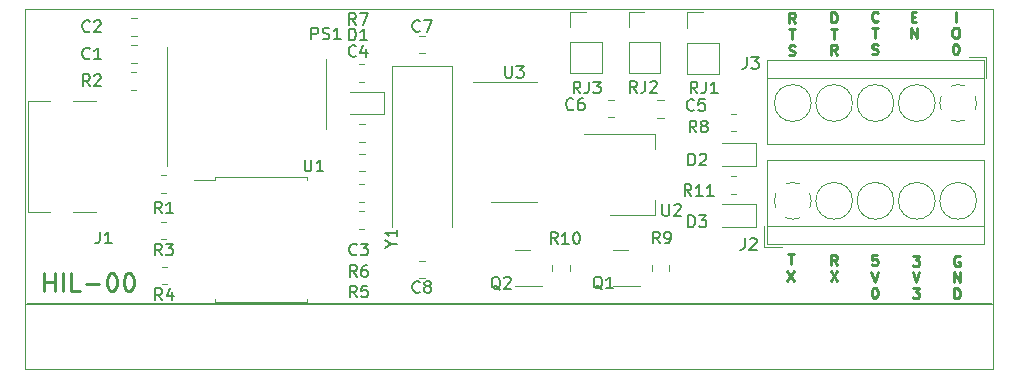
<source format=gbr>
%TF.GenerationSoftware,KiCad,Pcbnew,6.0.11-2627ca5db0~126~ubuntu20.04.1*%
%TF.CreationDate,2024-02-24T21:37:21-05:00*%
%TF.ProjectId,hil00,68696c30-302e-46b6-9963-61645f706362,rev?*%
%TF.SameCoordinates,Original*%
%TF.FileFunction,Legend,Top*%
%TF.FilePolarity,Positive*%
%FSLAX46Y46*%
G04 Gerber Fmt 4.6, Leading zero omitted, Abs format (unit mm)*
G04 Created by KiCad (PCBNEW 6.0.11-2627ca5db0~126~ubuntu20.04.1) date 2024-02-24 21:37:21*
%MOMM*%
%LPD*%
G01*
G04 APERTURE LIST*
%ADD10C,0.150000*%
%TA.AperFunction,Profile*%
%ADD11C,0.100000*%
%TD*%
%ADD12C,0.212500*%
%ADD13C,0.250000*%
%ADD14C,0.120000*%
G04 APERTURE END LIST*
D10*
X100150000Y-125000000D02*
X181850000Y-125000000D01*
D11*
X100000000Y-130500000D02*
X182000000Y-130500000D01*
X100000000Y-100000000D02*
X100000000Y-130500000D01*
X182000000Y-130500000D02*
X182000000Y-100000000D01*
X100000000Y-100000000D02*
X182000000Y-100000000D01*
D12*
X178816000Y-101073223D02*
X178816000Y-100223223D01*
X178735047Y-101591723D02*
X178896952Y-101591723D01*
X178977904Y-101632200D01*
X179058857Y-101713152D01*
X179099333Y-101875057D01*
X179099333Y-102158390D01*
X179058857Y-102320295D01*
X178977904Y-102401247D01*
X178896952Y-102441723D01*
X178735047Y-102441723D01*
X178654095Y-102401247D01*
X178573142Y-102320295D01*
X178532666Y-102158390D01*
X178532666Y-101875057D01*
X178573142Y-101713152D01*
X178654095Y-101632200D01*
X178735047Y-101591723D01*
X178775523Y-102960223D02*
X178856476Y-102960223D01*
X178937428Y-103000700D01*
X178977904Y-103041176D01*
X179018380Y-103122128D01*
X179058857Y-103284033D01*
X179058857Y-103486414D01*
X179018380Y-103648319D01*
X178977904Y-103729271D01*
X178937428Y-103769747D01*
X178856476Y-103810223D01*
X178775523Y-103810223D01*
X178694571Y-103769747D01*
X178654095Y-103729271D01*
X178613619Y-103648319D01*
X178573142Y-103486414D01*
X178573142Y-103284033D01*
X178613619Y-103122128D01*
X178654095Y-103041176D01*
X178694571Y-103000700D01*
X178775523Y-102960223D01*
X179140219Y-120939300D02*
X179059266Y-120898823D01*
X178937838Y-120898823D01*
X178816409Y-120939300D01*
X178735457Y-121020252D01*
X178694980Y-121101204D01*
X178654504Y-121263109D01*
X178654504Y-121384538D01*
X178694980Y-121546442D01*
X178735457Y-121627395D01*
X178816409Y-121708347D01*
X178937838Y-121748823D01*
X179018790Y-121748823D01*
X179140219Y-121708347D01*
X179180695Y-121667871D01*
X179180695Y-121384538D01*
X179018790Y-121384538D01*
X178674742Y-123117323D02*
X178674742Y-122267323D01*
X179160457Y-123117323D01*
X179160457Y-122267323D01*
X178694980Y-124485823D02*
X178694980Y-123635823D01*
X178897361Y-123635823D01*
X179018790Y-123676300D01*
X179099742Y-123757252D01*
X179140219Y-123838204D01*
X179180695Y-124000109D01*
X179180695Y-124121538D01*
X179140219Y-124283442D01*
X179099742Y-124364395D01*
X179018790Y-124445347D01*
X178897361Y-124485823D01*
X178694980Y-124485823D01*
D13*
X101660000Y-123868571D02*
X101660000Y-122368571D01*
X101660000Y-123082857D02*
X102517142Y-123082857D01*
X102517142Y-123868571D02*
X102517142Y-122368571D01*
X103231428Y-123868571D02*
X103231428Y-122368571D01*
X104660000Y-123868571D02*
X103945714Y-123868571D01*
X103945714Y-122368571D01*
X105160000Y-123297142D02*
X106302857Y-123297142D01*
X107302857Y-122368571D02*
X107445714Y-122368571D01*
X107588571Y-122440000D01*
X107660000Y-122511428D01*
X107731428Y-122654285D01*
X107802857Y-122940000D01*
X107802857Y-123297142D01*
X107731428Y-123582857D01*
X107660000Y-123725714D01*
X107588571Y-123797142D01*
X107445714Y-123868571D01*
X107302857Y-123868571D01*
X107160000Y-123797142D01*
X107088571Y-123725714D01*
X107017142Y-123582857D01*
X106945714Y-123297142D01*
X106945714Y-122940000D01*
X107017142Y-122654285D01*
X107088571Y-122511428D01*
X107160000Y-122440000D01*
X107302857Y-122368571D01*
X108731428Y-122368571D02*
X108874285Y-122368571D01*
X109017142Y-122440000D01*
X109088571Y-122511428D01*
X109160000Y-122654285D01*
X109231428Y-122940000D01*
X109231428Y-123297142D01*
X109160000Y-123582857D01*
X109088571Y-123725714D01*
X109017142Y-123797142D01*
X108874285Y-123868571D01*
X108731428Y-123868571D01*
X108588571Y-123797142D01*
X108517142Y-123725714D01*
X108445714Y-123582857D01*
X108374285Y-123297142D01*
X108374285Y-122940000D01*
X108445714Y-122654285D01*
X108517142Y-122511428D01*
X108588571Y-122440000D01*
X108731428Y-122368571D01*
D12*
X168766695Y-121671073D02*
X168483361Y-121266311D01*
X168280980Y-121671073D02*
X168280980Y-120821073D01*
X168604790Y-120821073D01*
X168685742Y-120861550D01*
X168726219Y-120902026D01*
X168766695Y-120982978D01*
X168766695Y-121104407D01*
X168726219Y-121185359D01*
X168685742Y-121225835D01*
X168604790Y-121266311D01*
X168280980Y-121266311D01*
X168220266Y-122189573D02*
X168786933Y-123039573D01*
X168786933Y-122189573D02*
X168220266Y-123039573D01*
X165210695Y-101174823D02*
X164927361Y-100770061D01*
X164724980Y-101174823D02*
X164724980Y-100324823D01*
X165048790Y-100324823D01*
X165129742Y-100365300D01*
X165170219Y-100405776D01*
X165210695Y-100486728D01*
X165210695Y-100608157D01*
X165170219Y-100689109D01*
X165129742Y-100729585D01*
X165048790Y-100770061D01*
X164724980Y-100770061D01*
X164704742Y-101693323D02*
X165190457Y-101693323D01*
X164947600Y-102543323D02*
X164947600Y-101693323D01*
X164704742Y-103871347D02*
X164826171Y-103911823D01*
X165028552Y-103911823D01*
X165109504Y-103871347D01*
X165149980Y-103830871D01*
X165190457Y-103749919D01*
X165190457Y-103668966D01*
X165149980Y-103588014D01*
X165109504Y-103547538D01*
X165028552Y-103507061D01*
X164866647Y-103466585D01*
X164785695Y-103426109D01*
X164745219Y-103385633D01*
X164704742Y-103304680D01*
X164704742Y-103223728D01*
X164745219Y-103142776D01*
X164785695Y-103102300D01*
X164866647Y-103061823D01*
X165069028Y-103061823D01*
X165190457Y-103102300D01*
X168280980Y-101124023D02*
X168280980Y-100274023D01*
X168483361Y-100274023D01*
X168604790Y-100314500D01*
X168685742Y-100395452D01*
X168726219Y-100476404D01*
X168766695Y-100638309D01*
X168766695Y-100759738D01*
X168726219Y-100921642D01*
X168685742Y-101002595D01*
X168604790Y-101083547D01*
X168483361Y-101124023D01*
X168280980Y-101124023D01*
X168260742Y-101642523D02*
X168746457Y-101642523D01*
X168503600Y-102492523D02*
X168503600Y-101642523D01*
X168766695Y-103861023D02*
X168483361Y-103456261D01*
X168280980Y-103861023D02*
X168280980Y-103011023D01*
X168604790Y-103011023D01*
X168685742Y-103051500D01*
X168726219Y-103091976D01*
X168766695Y-103172928D01*
X168766695Y-103294357D01*
X168726219Y-103375309D01*
X168685742Y-103415785D01*
X168604790Y-103456261D01*
X168280980Y-103456261D01*
X164603142Y-120770273D02*
X165088857Y-120770273D01*
X164846000Y-121620273D02*
X164846000Y-120770273D01*
X164562666Y-122138773D02*
X165129333Y-122988773D01*
X165129333Y-122138773D02*
X164562666Y-122988773D01*
X175077857Y-100651835D02*
X175361190Y-100651835D01*
X175482619Y-101097073D02*
X175077857Y-101097073D01*
X175077857Y-100247073D01*
X175482619Y-100247073D01*
X175017142Y-102465573D02*
X175017142Y-101615573D01*
X175502857Y-102465573D01*
X175502857Y-101615573D01*
X175179866Y-120898823D02*
X175706057Y-120898823D01*
X175422723Y-121222633D01*
X175544152Y-121222633D01*
X175625104Y-121263109D01*
X175665580Y-121303585D01*
X175706057Y-121384538D01*
X175706057Y-121586919D01*
X175665580Y-121667871D01*
X175625104Y-121708347D01*
X175544152Y-121748823D01*
X175301295Y-121748823D01*
X175220342Y-121708347D01*
X175179866Y-121667871D01*
X175179866Y-122267323D02*
X175463200Y-123117323D01*
X175746533Y-122267323D01*
X175179866Y-123635823D02*
X175706057Y-123635823D01*
X175422723Y-123959633D01*
X175544152Y-123959633D01*
X175625104Y-124000109D01*
X175665580Y-124040585D01*
X175706057Y-124121538D01*
X175706057Y-124323919D01*
X175665580Y-124404871D01*
X175625104Y-124445347D01*
X175544152Y-124485823D01*
X175301295Y-124485823D01*
X175220342Y-124445347D01*
X175179866Y-124404871D01*
X172160380Y-120848023D02*
X171755619Y-120848023D01*
X171715142Y-121252785D01*
X171755619Y-121212309D01*
X171836571Y-121171833D01*
X172038952Y-121171833D01*
X172119904Y-121212309D01*
X172160380Y-121252785D01*
X172200857Y-121333738D01*
X172200857Y-121536119D01*
X172160380Y-121617071D01*
X172119904Y-121657547D01*
X172038952Y-121698023D01*
X171836571Y-121698023D01*
X171755619Y-121657547D01*
X171715142Y-121617071D01*
X171674666Y-122216523D02*
X171958000Y-123066523D01*
X172241333Y-122216523D01*
X171917523Y-123585023D02*
X171998476Y-123585023D01*
X172079428Y-123625500D01*
X172119904Y-123665976D01*
X172160380Y-123746928D01*
X172200857Y-123908833D01*
X172200857Y-124111214D01*
X172160380Y-124273119D01*
X172119904Y-124354071D01*
X172079428Y-124394547D01*
X171998476Y-124435023D01*
X171917523Y-124435023D01*
X171836571Y-124394547D01*
X171796095Y-124354071D01*
X171755619Y-124273119D01*
X171715142Y-124111214D01*
X171715142Y-123908833D01*
X171755619Y-123746928D01*
X171796095Y-123665976D01*
X171836571Y-123625500D01*
X171917523Y-123585023D01*
X172221095Y-100992271D02*
X172180619Y-101032747D01*
X172059190Y-101073223D01*
X171978238Y-101073223D01*
X171856809Y-101032747D01*
X171775857Y-100951795D01*
X171735380Y-100870842D01*
X171694904Y-100708938D01*
X171694904Y-100587509D01*
X171735380Y-100425604D01*
X171775857Y-100344652D01*
X171856809Y-100263700D01*
X171978238Y-100223223D01*
X172059190Y-100223223D01*
X172180619Y-100263700D01*
X172221095Y-100304176D01*
X171715142Y-101591723D02*
X172200857Y-101591723D01*
X171958000Y-102441723D02*
X171958000Y-101591723D01*
X171715142Y-103769747D02*
X171836571Y-103810223D01*
X172038952Y-103810223D01*
X172119904Y-103769747D01*
X172160380Y-103729271D01*
X172200857Y-103648319D01*
X172200857Y-103567366D01*
X172160380Y-103486414D01*
X172119904Y-103445938D01*
X172038952Y-103405461D01*
X171877047Y-103364985D01*
X171796095Y-103324509D01*
X171755619Y-103284033D01*
X171715142Y-103203080D01*
X171715142Y-103122128D01*
X171755619Y-103041176D01*
X171796095Y-103000700D01*
X171877047Y-102960223D01*
X172079428Y-102960223D01*
X172200857Y-103000700D01*
D10*
%TO.C,R6*%
X128103333Y-122680380D02*
X127770000Y-122204190D01*
X127531904Y-122680380D02*
X127531904Y-121680380D01*
X127912857Y-121680380D01*
X128008095Y-121728000D01*
X128055714Y-121775619D01*
X128103333Y-121870857D01*
X128103333Y-122013714D01*
X128055714Y-122108952D01*
X128008095Y-122156571D01*
X127912857Y-122204190D01*
X127531904Y-122204190D01*
X128960476Y-121680380D02*
X128770000Y-121680380D01*
X128674761Y-121728000D01*
X128627142Y-121775619D01*
X128531904Y-121918476D01*
X128484285Y-122108952D01*
X128484285Y-122489904D01*
X128531904Y-122585142D01*
X128579523Y-122632761D01*
X128674761Y-122680380D01*
X128865238Y-122680380D01*
X128960476Y-122632761D01*
X129008095Y-122585142D01*
X129055714Y-122489904D01*
X129055714Y-122251809D01*
X129008095Y-122156571D01*
X128960476Y-122108952D01*
X128865238Y-122061333D01*
X128674761Y-122061333D01*
X128579523Y-122108952D01*
X128531904Y-122156571D01*
X128484285Y-122251809D01*
%TO.C,R7*%
X128033333Y-101352380D02*
X127700000Y-100876190D01*
X127461904Y-101352380D02*
X127461904Y-100352380D01*
X127842857Y-100352380D01*
X127938095Y-100400000D01*
X127985714Y-100447619D01*
X128033333Y-100542857D01*
X128033333Y-100685714D01*
X127985714Y-100780952D01*
X127938095Y-100828571D01*
X127842857Y-100876190D01*
X127461904Y-100876190D01*
X128366666Y-100352380D02*
X129033333Y-100352380D01*
X128604761Y-101352380D01*
%TO.C,R5*%
X128103333Y-124404380D02*
X127770000Y-123928190D01*
X127531904Y-124404380D02*
X127531904Y-123404380D01*
X127912857Y-123404380D01*
X128008095Y-123452000D01*
X128055714Y-123499619D01*
X128103333Y-123594857D01*
X128103333Y-123737714D01*
X128055714Y-123832952D01*
X128008095Y-123880571D01*
X127912857Y-123928190D01*
X127531904Y-123928190D01*
X129008095Y-123404380D02*
X128531904Y-123404380D01*
X128484285Y-123880571D01*
X128531904Y-123832952D01*
X128627142Y-123785333D01*
X128865238Y-123785333D01*
X128960476Y-123832952D01*
X129008095Y-123880571D01*
X129055714Y-123975809D01*
X129055714Y-124213904D01*
X129008095Y-124309142D01*
X128960476Y-124356761D01*
X128865238Y-124404380D01*
X128627142Y-124404380D01*
X128531904Y-124356761D01*
X128484285Y-124309142D01*
%TO.C,C4*%
X128033333Y-103957142D02*
X127985714Y-104004761D01*
X127842857Y-104052380D01*
X127747619Y-104052380D01*
X127604761Y-104004761D01*
X127509523Y-103909523D01*
X127461904Y-103814285D01*
X127414285Y-103623809D01*
X127414285Y-103480952D01*
X127461904Y-103290476D01*
X127509523Y-103195238D01*
X127604761Y-103100000D01*
X127747619Y-103052380D01*
X127842857Y-103052380D01*
X127985714Y-103100000D01*
X128033333Y-103147619D01*
X128890476Y-103385714D02*
X128890476Y-104052380D01*
X128652380Y-103004761D02*
X128414285Y-103719047D01*
X129033333Y-103719047D01*
%TO.C,D2*%
X156183104Y-113228380D02*
X156183104Y-112228380D01*
X156421200Y-112228380D01*
X156564057Y-112276000D01*
X156659295Y-112371238D01*
X156706914Y-112466476D01*
X156754533Y-112656952D01*
X156754533Y-112799809D01*
X156706914Y-112990285D01*
X156659295Y-113085523D01*
X156564057Y-113180761D01*
X156421200Y-113228380D01*
X156183104Y-113228380D01*
X157135485Y-112323619D02*
X157183104Y-112276000D01*
X157278342Y-112228380D01*
X157516438Y-112228380D01*
X157611676Y-112276000D01*
X157659295Y-112323619D01*
X157706914Y-112418857D01*
X157706914Y-112514095D01*
X157659295Y-112656952D01*
X157087866Y-113228380D01*
X157706914Y-113228380D01*
%TO.C,Y1*%
X131040190Y-119856190D02*
X131516380Y-119856190D01*
X130516380Y-120189523D02*
X131040190Y-119856190D01*
X130516380Y-119522857D01*
X131516380Y-118665714D02*
X131516380Y-119237142D01*
X131516380Y-118951428D02*
X130516380Y-118951428D01*
X130659238Y-119046666D01*
X130754476Y-119141904D01*
X130802095Y-119237142D01*
%TO.C,R3*%
X111593333Y-120848380D02*
X111260000Y-120372190D01*
X111021904Y-120848380D02*
X111021904Y-119848380D01*
X111402857Y-119848380D01*
X111498095Y-119896000D01*
X111545714Y-119943619D01*
X111593333Y-120038857D01*
X111593333Y-120181714D01*
X111545714Y-120276952D01*
X111498095Y-120324571D01*
X111402857Y-120372190D01*
X111021904Y-120372190D01*
X111926666Y-119848380D02*
X112545714Y-119848380D01*
X112212380Y-120229333D01*
X112355238Y-120229333D01*
X112450476Y-120276952D01*
X112498095Y-120324571D01*
X112545714Y-120419809D01*
X112545714Y-120657904D01*
X112498095Y-120753142D01*
X112450476Y-120800761D01*
X112355238Y-120848380D01*
X112069523Y-120848380D01*
X111974285Y-120800761D01*
X111926666Y-120753142D01*
%TO.C,R1*%
X111593333Y-117292380D02*
X111260000Y-116816190D01*
X111021904Y-117292380D02*
X111021904Y-116292380D01*
X111402857Y-116292380D01*
X111498095Y-116340000D01*
X111545714Y-116387619D01*
X111593333Y-116482857D01*
X111593333Y-116625714D01*
X111545714Y-116720952D01*
X111498095Y-116768571D01*
X111402857Y-116816190D01*
X111021904Y-116816190D01*
X112545714Y-117292380D02*
X111974285Y-117292380D01*
X112260000Y-117292380D02*
X112260000Y-116292380D01*
X112164761Y-116435238D01*
X112069523Y-116530476D01*
X111974285Y-116578095D01*
%TO.C,U1*%
X123698095Y-112736380D02*
X123698095Y-113545904D01*
X123745714Y-113641142D01*
X123793333Y-113688761D01*
X123888571Y-113736380D01*
X124079047Y-113736380D01*
X124174285Y-113688761D01*
X124221904Y-113641142D01*
X124269523Y-113545904D01*
X124269523Y-112736380D01*
X125269523Y-113736380D02*
X124698095Y-113736380D01*
X124983809Y-113736380D02*
X124983809Y-112736380D01*
X124888571Y-112879238D01*
X124793333Y-112974476D01*
X124698095Y-113022095D01*
%TO.C,C1*%
X105497333Y-104157142D02*
X105449714Y-104204761D01*
X105306857Y-104252380D01*
X105211619Y-104252380D01*
X105068761Y-104204761D01*
X104973523Y-104109523D01*
X104925904Y-104014285D01*
X104878285Y-103823809D01*
X104878285Y-103680952D01*
X104925904Y-103490476D01*
X104973523Y-103395238D01*
X105068761Y-103300000D01*
X105211619Y-103252380D01*
X105306857Y-103252380D01*
X105449714Y-103300000D01*
X105497333Y-103347619D01*
X106449714Y-104252380D02*
X105878285Y-104252380D01*
X106164000Y-104252380D02*
X106164000Y-103252380D01*
X106068761Y-103395238D01*
X105973523Y-103490476D01*
X105878285Y-103538095D01*
%TO.C,J1*%
X106346666Y-118832380D02*
X106346666Y-119546666D01*
X106299047Y-119689523D01*
X106203809Y-119784761D01*
X106060952Y-119832380D01*
X105965714Y-119832380D01*
X107346666Y-119832380D02*
X106775238Y-119832380D01*
X107060952Y-119832380D02*
X107060952Y-118832380D01*
X106965714Y-118975238D01*
X106870476Y-119070476D01*
X106775238Y-119118095D01*
%TO.C,C2*%
X105497333Y-101857142D02*
X105449714Y-101904761D01*
X105306857Y-101952380D01*
X105211619Y-101952380D01*
X105068761Y-101904761D01*
X104973523Y-101809523D01*
X104925904Y-101714285D01*
X104878285Y-101523809D01*
X104878285Y-101380952D01*
X104925904Y-101190476D01*
X104973523Y-101095238D01*
X105068761Y-101000000D01*
X105211619Y-100952380D01*
X105306857Y-100952380D01*
X105449714Y-101000000D01*
X105497333Y-101047619D01*
X105878285Y-101047619D02*
X105925904Y-101000000D01*
X106021142Y-100952380D01*
X106259238Y-100952380D01*
X106354476Y-101000000D01*
X106402095Y-101047619D01*
X106449714Y-101142857D01*
X106449714Y-101238095D01*
X106402095Y-101380952D01*
X105830666Y-101952380D01*
X106449714Y-101952380D01*
%TO.C,Q2*%
X140253161Y-123767619D02*
X140157923Y-123720000D01*
X140062685Y-123624761D01*
X139919828Y-123481904D01*
X139824590Y-123434285D01*
X139729352Y-123434285D01*
X139776971Y-123672380D02*
X139681733Y-123624761D01*
X139586495Y-123529523D01*
X139538876Y-123339047D01*
X139538876Y-123005714D01*
X139586495Y-122815238D01*
X139681733Y-122720000D01*
X139776971Y-122672380D01*
X139967447Y-122672380D01*
X140062685Y-122720000D01*
X140157923Y-122815238D01*
X140205542Y-123005714D01*
X140205542Y-123339047D01*
X140157923Y-123529523D01*
X140062685Y-123624761D01*
X139967447Y-123672380D01*
X139776971Y-123672380D01*
X140586495Y-122767619D02*
X140634114Y-122720000D01*
X140729352Y-122672380D01*
X140967447Y-122672380D01*
X141062685Y-122720000D01*
X141110304Y-122767619D01*
X141157923Y-122862857D01*
X141157923Y-122958095D01*
X141110304Y-123100952D01*
X140538876Y-123672380D01*
X141157923Y-123672380D01*
%TO.C,D1*%
X127461904Y-102652380D02*
X127461904Y-101652380D01*
X127700000Y-101652380D01*
X127842857Y-101700000D01*
X127938095Y-101795238D01*
X127985714Y-101890476D01*
X128033333Y-102080952D01*
X128033333Y-102223809D01*
X127985714Y-102414285D01*
X127938095Y-102509523D01*
X127842857Y-102604761D01*
X127700000Y-102652380D01*
X127461904Y-102652380D01*
X128985714Y-102652380D02*
X128414285Y-102652380D01*
X128700000Y-102652380D02*
X128700000Y-101652380D01*
X128604761Y-101795238D01*
X128509523Y-101890476D01*
X128414285Y-101938095D01*
%TO.C,C5*%
X156652933Y-108510342D02*
X156605314Y-108557961D01*
X156462457Y-108605580D01*
X156367219Y-108605580D01*
X156224361Y-108557961D01*
X156129123Y-108462723D01*
X156081504Y-108367485D01*
X156033885Y-108177009D01*
X156033885Y-108034152D01*
X156081504Y-107843676D01*
X156129123Y-107748438D01*
X156224361Y-107653200D01*
X156367219Y-107605580D01*
X156462457Y-107605580D01*
X156605314Y-107653200D01*
X156652933Y-107700819D01*
X157557695Y-107605580D02*
X157081504Y-107605580D01*
X157033885Y-108081771D01*
X157081504Y-108034152D01*
X157176742Y-107986533D01*
X157414838Y-107986533D01*
X157510076Y-108034152D01*
X157557695Y-108081771D01*
X157605314Y-108177009D01*
X157605314Y-108415104D01*
X157557695Y-108510342D01*
X157510076Y-108557961D01*
X157414838Y-108605580D01*
X157176742Y-108605580D01*
X157081504Y-108557961D01*
X157033885Y-108510342D01*
%TO.C,J3*%
X161119466Y-104049580D02*
X161119466Y-104763866D01*
X161071847Y-104906723D01*
X160976609Y-105001961D01*
X160833752Y-105049580D01*
X160738514Y-105049580D01*
X161500419Y-104049580D02*
X162119466Y-104049580D01*
X161786133Y-104430533D01*
X161928990Y-104430533D01*
X162024228Y-104478152D01*
X162071847Y-104525771D01*
X162119466Y-104621009D01*
X162119466Y-104859104D01*
X162071847Y-104954342D01*
X162024228Y-105001961D01*
X161928990Y-105049580D01*
X161643276Y-105049580D01*
X161548038Y-105001961D01*
X161500419Y-104954342D01*
%TO.C,R9*%
X153757333Y-119832380D02*
X153424000Y-119356190D01*
X153185904Y-119832380D02*
X153185904Y-118832380D01*
X153566857Y-118832380D01*
X153662095Y-118880000D01*
X153709714Y-118927619D01*
X153757333Y-119022857D01*
X153757333Y-119165714D01*
X153709714Y-119260952D01*
X153662095Y-119308571D01*
X153566857Y-119356190D01*
X153185904Y-119356190D01*
X154233523Y-119832380D02*
X154424000Y-119832380D01*
X154519238Y-119784761D01*
X154566857Y-119737142D01*
X154662095Y-119594285D01*
X154709714Y-119403809D01*
X154709714Y-119022857D01*
X154662095Y-118927619D01*
X154614476Y-118880000D01*
X154519238Y-118832380D01*
X154328761Y-118832380D01*
X154233523Y-118880000D01*
X154185904Y-118927619D01*
X154138285Y-119022857D01*
X154138285Y-119260952D01*
X154185904Y-119356190D01*
X154233523Y-119403809D01*
X154328761Y-119451428D01*
X154519238Y-119451428D01*
X154614476Y-119403809D01*
X154662095Y-119356190D01*
X154709714Y-119260952D01*
%TO.C,U3*%
X140665295Y-104804380D02*
X140665295Y-105613904D01*
X140712914Y-105709142D01*
X140760533Y-105756761D01*
X140855771Y-105804380D01*
X141046247Y-105804380D01*
X141141485Y-105756761D01*
X141189104Y-105709142D01*
X141236723Y-105613904D01*
X141236723Y-104804380D01*
X141617676Y-104804380D02*
X142236723Y-104804380D01*
X141903390Y-105185333D01*
X142046247Y-105185333D01*
X142141485Y-105232952D01*
X142189104Y-105280571D01*
X142236723Y-105375809D01*
X142236723Y-105613904D01*
X142189104Y-105709142D01*
X142141485Y-105756761D01*
X142046247Y-105804380D01*
X141760533Y-105804380D01*
X141665295Y-105756761D01*
X141617676Y-105709142D01*
%TO.C,R2*%
X105497333Y-106524380D02*
X105164000Y-106048190D01*
X104925904Y-106524380D02*
X104925904Y-105524380D01*
X105306857Y-105524380D01*
X105402095Y-105572000D01*
X105449714Y-105619619D01*
X105497333Y-105714857D01*
X105497333Y-105857714D01*
X105449714Y-105952952D01*
X105402095Y-106000571D01*
X105306857Y-106048190D01*
X104925904Y-106048190D01*
X105878285Y-105619619D02*
X105925904Y-105572000D01*
X106021142Y-105524380D01*
X106259238Y-105524380D01*
X106354476Y-105572000D01*
X106402095Y-105619619D01*
X106449714Y-105714857D01*
X106449714Y-105810095D01*
X106402095Y-105952952D01*
X105830666Y-106524380D01*
X106449714Y-106524380D01*
%TO.C,J2*%
X160956666Y-119391180D02*
X160956666Y-120105466D01*
X160909047Y-120248323D01*
X160813809Y-120343561D01*
X160670952Y-120391180D01*
X160575714Y-120391180D01*
X161385238Y-119486419D02*
X161432857Y-119438800D01*
X161528095Y-119391180D01*
X161766190Y-119391180D01*
X161861428Y-119438800D01*
X161909047Y-119486419D01*
X161956666Y-119581657D01*
X161956666Y-119676895D01*
X161909047Y-119819752D01*
X161337619Y-120391180D01*
X161956666Y-120391180D01*
%TO.C,RJ3*%
X147026380Y-107127380D02*
X146693047Y-106651190D01*
X146454952Y-107127380D02*
X146454952Y-106127380D01*
X146835904Y-106127380D01*
X146931142Y-106175000D01*
X146978761Y-106222619D01*
X147026380Y-106317857D01*
X147026380Y-106460714D01*
X146978761Y-106555952D01*
X146931142Y-106603571D01*
X146835904Y-106651190D01*
X146454952Y-106651190D01*
X147740666Y-106127380D02*
X147740666Y-106841666D01*
X147693047Y-106984523D01*
X147597809Y-107079761D01*
X147454952Y-107127380D01*
X147359714Y-107127380D01*
X148121619Y-106127380D02*
X148740666Y-106127380D01*
X148407333Y-106508333D01*
X148550190Y-106508333D01*
X148645428Y-106555952D01*
X148693047Y-106603571D01*
X148740666Y-106698809D01*
X148740666Y-106936904D01*
X148693047Y-107032142D01*
X148645428Y-107079761D01*
X148550190Y-107127380D01*
X148264476Y-107127380D01*
X148169238Y-107079761D01*
X148121619Y-107032142D01*
%TO.C,U2*%
X153974895Y-116495580D02*
X153974895Y-117305104D01*
X154022514Y-117400342D01*
X154070133Y-117447961D01*
X154165371Y-117495580D01*
X154355847Y-117495580D01*
X154451085Y-117447961D01*
X154498704Y-117400342D01*
X154546323Y-117305104D01*
X154546323Y-116495580D01*
X154974895Y-116590819D02*
X155022514Y-116543200D01*
X155117752Y-116495580D01*
X155355847Y-116495580D01*
X155451085Y-116543200D01*
X155498704Y-116590819D01*
X155546323Y-116686057D01*
X155546323Y-116781295D01*
X155498704Y-116924152D01*
X154927276Y-117495580D01*
X155546323Y-117495580D01*
%TO.C,RJ2*%
X151801580Y-107081580D02*
X151468247Y-106605390D01*
X151230152Y-107081580D02*
X151230152Y-106081580D01*
X151611104Y-106081580D01*
X151706342Y-106129200D01*
X151753961Y-106176819D01*
X151801580Y-106272057D01*
X151801580Y-106414914D01*
X151753961Y-106510152D01*
X151706342Y-106557771D01*
X151611104Y-106605390D01*
X151230152Y-106605390D01*
X152515866Y-106081580D02*
X152515866Y-106795866D01*
X152468247Y-106938723D01*
X152373009Y-107033961D01*
X152230152Y-107081580D01*
X152134914Y-107081580D01*
X152944438Y-106176819D02*
X152992057Y-106129200D01*
X153087295Y-106081580D01*
X153325390Y-106081580D01*
X153420628Y-106129200D01*
X153468247Y-106176819D01*
X153515866Y-106272057D01*
X153515866Y-106367295D01*
X153468247Y-106510152D01*
X152896819Y-107081580D01*
X153515866Y-107081580D01*
%TO.C,C3*%
X128103333Y-120753142D02*
X128055714Y-120800761D01*
X127912857Y-120848380D01*
X127817619Y-120848380D01*
X127674761Y-120800761D01*
X127579523Y-120705523D01*
X127531904Y-120610285D01*
X127484285Y-120419809D01*
X127484285Y-120276952D01*
X127531904Y-120086476D01*
X127579523Y-119991238D01*
X127674761Y-119896000D01*
X127817619Y-119848380D01*
X127912857Y-119848380D01*
X128055714Y-119896000D01*
X128103333Y-119943619D01*
X128436666Y-119848380D02*
X129055714Y-119848380D01*
X128722380Y-120229333D01*
X128865238Y-120229333D01*
X128960476Y-120276952D01*
X129008095Y-120324571D01*
X129055714Y-120419809D01*
X129055714Y-120657904D01*
X129008095Y-120753142D01*
X128960476Y-120800761D01*
X128865238Y-120848380D01*
X128579523Y-120848380D01*
X128484285Y-120800761D01*
X128436666Y-120753142D01*
%TO.C,C8*%
X133437333Y-123918142D02*
X133389714Y-123965761D01*
X133246857Y-124013380D01*
X133151619Y-124013380D01*
X133008761Y-123965761D01*
X132913523Y-123870523D01*
X132865904Y-123775285D01*
X132818285Y-123584809D01*
X132818285Y-123441952D01*
X132865904Y-123251476D01*
X132913523Y-123156238D01*
X133008761Y-123061000D01*
X133151619Y-123013380D01*
X133246857Y-123013380D01*
X133389714Y-123061000D01*
X133437333Y-123108619D01*
X134008761Y-123441952D02*
X133913523Y-123394333D01*
X133865904Y-123346714D01*
X133818285Y-123251476D01*
X133818285Y-123203857D01*
X133865904Y-123108619D01*
X133913523Y-123061000D01*
X134008761Y-123013380D01*
X134199238Y-123013380D01*
X134294476Y-123061000D01*
X134342095Y-123108619D01*
X134389714Y-123203857D01*
X134389714Y-123251476D01*
X134342095Y-123346714D01*
X134294476Y-123394333D01*
X134199238Y-123441952D01*
X134008761Y-123441952D01*
X133913523Y-123489571D01*
X133865904Y-123537190D01*
X133818285Y-123632428D01*
X133818285Y-123822904D01*
X133865904Y-123918142D01*
X133913523Y-123965761D01*
X134008761Y-124013380D01*
X134199238Y-124013380D01*
X134294476Y-123965761D01*
X134342095Y-123918142D01*
X134389714Y-123822904D01*
X134389714Y-123632428D01*
X134342095Y-123537190D01*
X134294476Y-123489571D01*
X134199238Y-123441952D01*
%TO.C,RJ1*%
X156932380Y-107132380D02*
X156599047Y-106656190D01*
X156360952Y-107132380D02*
X156360952Y-106132380D01*
X156741904Y-106132380D01*
X156837142Y-106180000D01*
X156884761Y-106227619D01*
X156932380Y-106322857D01*
X156932380Y-106465714D01*
X156884761Y-106560952D01*
X156837142Y-106608571D01*
X156741904Y-106656190D01*
X156360952Y-106656190D01*
X157646666Y-106132380D02*
X157646666Y-106846666D01*
X157599047Y-106989523D01*
X157503809Y-107084761D01*
X157360952Y-107132380D01*
X157265714Y-107132380D01*
X158646666Y-107132380D02*
X158075238Y-107132380D01*
X158360952Y-107132380D02*
X158360952Y-106132380D01*
X158265714Y-106275238D01*
X158170476Y-106370476D01*
X158075238Y-106418095D01*
%TO.C,R4*%
X111633333Y-124647380D02*
X111300000Y-124171190D01*
X111061904Y-124647380D02*
X111061904Y-123647380D01*
X111442857Y-123647380D01*
X111538095Y-123695000D01*
X111585714Y-123742619D01*
X111633333Y-123837857D01*
X111633333Y-123980714D01*
X111585714Y-124075952D01*
X111538095Y-124123571D01*
X111442857Y-124171190D01*
X111061904Y-124171190D01*
X112490476Y-123980714D02*
X112490476Y-124647380D01*
X112252380Y-123599761D02*
X112014285Y-124314047D01*
X112633333Y-124314047D01*
%TO.C,C7*%
X133437333Y-101840142D02*
X133389714Y-101887761D01*
X133246857Y-101935380D01*
X133151619Y-101935380D01*
X133008761Y-101887761D01*
X132913523Y-101792523D01*
X132865904Y-101697285D01*
X132818285Y-101506809D01*
X132818285Y-101363952D01*
X132865904Y-101173476D01*
X132913523Y-101078238D01*
X133008761Y-100983000D01*
X133151619Y-100935380D01*
X133246857Y-100935380D01*
X133389714Y-100983000D01*
X133437333Y-101030619D01*
X133770666Y-100935380D02*
X134437333Y-100935380D01*
X134008761Y-101935380D01*
%TO.C,PS1*%
X124261714Y-102560380D02*
X124261714Y-101560380D01*
X124642666Y-101560380D01*
X124737904Y-101608000D01*
X124785523Y-101655619D01*
X124833142Y-101750857D01*
X124833142Y-101893714D01*
X124785523Y-101988952D01*
X124737904Y-102036571D01*
X124642666Y-102084190D01*
X124261714Y-102084190D01*
X125214095Y-102512761D02*
X125356952Y-102560380D01*
X125595047Y-102560380D01*
X125690285Y-102512761D01*
X125737904Y-102465142D01*
X125785523Y-102369904D01*
X125785523Y-102274666D01*
X125737904Y-102179428D01*
X125690285Y-102131809D01*
X125595047Y-102084190D01*
X125404571Y-102036571D01*
X125309333Y-101988952D01*
X125261714Y-101941333D01*
X125214095Y-101846095D01*
X125214095Y-101750857D01*
X125261714Y-101655619D01*
X125309333Y-101608000D01*
X125404571Y-101560380D01*
X125642666Y-101560380D01*
X125785523Y-101608000D01*
X126737904Y-102560380D02*
X126166476Y-102560380D01*
X126452190Y-102560380D02*
X126452190Y-101560380D01*
X126356952Y-101703238D01*
X126261714Y-101798476D01*
X126166476Y-101846095D01*
%TO.C,R10*%
X145102342Y-119883180D02*
X144769009Y-119406990D01*
X144530914Y-119883180D02*
X144530914Y-118883180D01*
X144911866Y-118883180D01*
X145007104Y-118930800D01*
X145054723Y-118978419D01*
X145102342Y-119073657D01*
X145102342Y-119216514D01*
X145054723Y-119311752D01*
X145007104Y-119359371D01*
X144911866Y-119406990D01*
X144530914Y-119406990D01*
X146054723Y-119883180D02*
X145483295Y-119883180D01*
X145769009Y-119883180D02*
X145769009Y-118883180D01*
X145673771Y-119026038D01*
X145578533Y-119121276D01*
X145483295Y-119168895D01*
X146673771Y-118883180D02*
X146769009Y-118883180D01*
X146864247Y-118930800D01*
X146911866Y-118978419D01*
X146959485Y-119073657D01*
X147007104Y-119264133D01*
X147007104Y-119502228D01*
X146959485Y-119692704D01*
X146911866Y-119787942D01*
X146864247Y-119835561D01*
X146769009Y-119883180D01*
X146673771Y-119883180D01*
X146578533Y-119835561D01*
X146530914Y-119787942D01*
X146483295Y-119692704D01*
X146435676Y-119502228D01*
X146435676Y-119264133D01*
X146483295Y-119073657D01*
X146530914Y-118978419D01*
X146578533Y-118930800D01*
X146673771Y-118883180D01*
%TO.C,R11*%
X156430742Y-115819180D02*
X156097409Y-115342990D01*
X155859314Y-115819180D02*
X155859314Y-114819180D01*
X156240266Y-114819180D01*
X156335504Y-114866800D01*
X156383123Y-114914419D01*
X156430742Y-115009657D01*
X156430742Y-115152514D01*
X156383123Y-115247752D01*
X156335504Y-115295371D01*
X156240266Y-115342990D01*
X155859314Y-115342990D01*
X157383123Y-115819180D02*
X156811695Y-115819180D01*
X157097409Y-115819180D02*
X157097409Y-114819180D01*
X157002171Y-114962038D01*
X156906933Y-115057276D01*
X156811695Y-115104895D01*
X158335504Y-115819180D02*
X157764076Y-115819180D01*
X158049790Y-115819180D02*
X158049790Y-114819180D01*
X157954552Y-114962038D01*
X157859314Y-115057276D01*
X157764076Y-115104895D01*
%TO.C,C6*%
X146442133Y-108459542D02*
X146394514Y-108507161D01*
X146251657Y-108554780D01*
X146156419Y-108554780D01*
X146013561Y-108507161D01*
X145918323Y-108411923D01*
X145870704Y-108316685D01*
X145823085Y-108126209D01*
X145823085Y-107983352D01*
X145870704Y-107792876D01*
X145918323Y-107697638D01*
X146013561Y-107602400D01*
X146156419Y-107554780D01*
X146251657Y-107554780D01*
X146394514Y-107602400D01*
X146442133Y-107650019D01*
X147299276Y-107554780D02*
X147108800Y-107554780D01*
X147013561Y-107602400D01*
X146965942Y-107650019D01*
X146870704Y-107792876D01*
X146823085Y-107983352D01*
X146823085Y-108364304D01*
X146870704Y-108459542D01*
X146918323Y-108507161D01*
X147013561Y-108554780D01*
X147204038Y-108554780D01*
X147299276Y-108507161D01*
X147346895Y-108459542D01*
X147394514Y-108364304D01*
X147394514Y-108126209D01*
X147346895Y-108030971D01*
X147299276Y-107983352D01*
X147204038Y-107935733D01*
X147013561Y-107935733D01*
X146918323Y-107983352D01*
X146870704Y-108030971D01*
X146823085Y-108126209D01*
%TO.C,R8*%
X156856133Y-110434380D02*
X156522800Y-109958190D01*
X156284704Y-110434380D02*
X156284704Y-109434380D01*
X156665657Y-109434380D01*
X156760895Y-109482000D01*
X156808514Y-109529619D01*
X156856133Y-109624857D01*
X156856133Y-109767714D01*
X156808514Y-109862952D01*
X156760895Y-109910571D01*
X156665657Y-109958190D01*
X156284704Y-109958190D01*
X157427561Y-109862952D02*
X157332323Y-109815333D01*
X157284704Y-109767714D01*
X157237085Y-109672476D01*
X157237085Y-109624857D01*
X157284704Y-109529619D01*
X157332323Y-109482000D01*
X157427561Y-109434380D01*
X157618038Y-109434380D01*
X157713276Y-109482000D01*
X157760895Y-109529619D01*
X157808514Y-109624857D01*
X157808514Y-109672476D01*
X157760895Y-109767714D01*
X157713276Y-109815333D01*
X157618038Y-109862952D01*
X157427561Y-109862952D01*
X157332323Y-109910571D01*
X157284704Y-109958190D01*
X157237085Y-110053428D01*
X157237085Y-110243904D01*
X157284704Y-110339142D01*
X157332323Y-110386761D01*
X157427561Y-110434380D01*
X157618038Y-110434380D01*
X157713276Y-110386761D01*
X157760895Y-110339142D01*
X157808514Y-110243904D01*
X157808514Y-110053428D01*
X157760895Y-109958190D01*
X157713276Y-109910571D01*
X157618038Y-109862952D01*
%TO.C,D3*%
X156183104Y-118460780D02*
X156183104Y-117460780D01*
X156421200Y-117460780D01*
X156564057Y-117508400D01*
X156659295Y-117603638D01*
X156706914Y-117698876D01*
X156754533Y-117889352D01*
X156754533Y-118032209D01*
X156706914Y-118222685D01*
X156659295Y-118317923D01*
X156564057Y-118413161D01*
X156421200Y-118460780D01*
X156183104Y-118460780D01*
X157087866Y-117460780D02*
X157706914Y-117460780D01*
X157373580Y-117841733D01*
X157516438Y-117841733D01*
X157611676Y-117889352D01*
X157659295Y-117936971D01*
X157706914Y-118032209D01*
X157706914Y-118270304D01*
X157659295Y-118365542D01*
X157611676Y-118413161D01*
X157516438Y-118460780D01*
X157230723Y-118460780D01*
X157135485Y-118413161D01*
X157087866Y-118365542D01*
%TO.C,Q1*%
X148893561Y-123737619D02*
X148798323Y-123690000D01*
X148703085Y-123594761D01*
X148560228Y-123451904D01*
X148464990Y-123404285D01*
X148369752Y-123404285D01*
X148417371Y-123642380D02*
X148322133Y-123594761D01*
X148226895Y-123499523D01*
X148179276Y-123309047D01*
X148179276Y-122975714D01*
X148226895Y-122785238D01*
X148322133Y-122690000D01*
X148417371Y-122642380D01*
X148607847Y-122642380D01*
X148703085Y-122690000D01*
X148798323Y-122785238D01*
X148845942Y-122975714D01*
X148845942Y-123309047D01*
X148798323Y-123499523D01*
X148703085Y-123594761D01*
X148607847Y-123642380D01*
X148417371Y-123642380D01*
X149798323Y-123642380D02*
X149226895Y-123642380D01*
X149512609Y-123642380D02*
X149512609Y-122642380D01*
X149417371Y-122785238D01*
X149322133Y-122880476D01*
X149226895Y-122928095D01*
D14*
%TO.C,R6*%
X128751064Y-116305000D02*
X128296936Y-116305000D01*
X128751064Y-114835000D02*
X128296936Y-114835000D01*
%TO.C,R7*%
X128735064Y-104675000D02*
X128280936Y-104675000D01*
X128735064Y-106145000D02*
X128280936Y-106145000D01*
%TO.C,R5*%
X128751064Y-118591000D02*
X128296936Y-118591000D01*
X128751064Y-117121000D02*
X128296936Y-117121000D01*
%TO.C,C4*%
X128262748Y-109755000D02*
X128785252Y-109755000D01*
X128262748Y-111225000D02*
X128785252Y-111225000D01*
%TO.C,D2*%
X161880000Y-111340000D02*
X159020000Y-111340000D01*
X161880000Y-113260000D02*
X161880000Y-111340000D01*
X159020000Y-113260000D02*
X161880000Y-113260000D01*
%TO.C,Y1*%
X131054000Y-104850000D02*
X131054000Y-118450000D01*
X136154000Y-104850000D02*
X131054000Y-104850000D01*
X136154000Y-118450000D02*
X136154000Y-104850000D01*
%TO.C,R3*%
X111987064Y-119490000D02*
X111532936Y-119490000D01*
X111987064Y-118020000D02*
X111532936Y-118020000D01*
%TO.C,R1*%
X111532936Y-115543000D02*
X111987064Y-115543000D01*
X111532936Y-114073000D02*
X111987064Y-114073000D01*
%TO.C,U1*%
X116140000Y-114495000D02*
X114325000Y-114495000D01*
X120000000Y-114240000D02*
X116140000Y-114240000D01*
X116140000Y-124760000D02*
X116140000Y-124505000D01*
X123860000Y-124760000D02*
X123860000Y-124505000D01*
X116140000Y-114240000D02*
X116140000Y-114495000D01*
X120000000Y-124760000D02*
X116140000Y-124760000D01*
X123860000Y-114240000D02*
X123860000Y-114495000D01*
X120000000Y-124760000D02*
X123860000Y-124760000D01*
X120000000Y-114240000D02*
X123860000Y-114240000D01*
%TO.C,C1*%
X109481252Y-104535000D02*
X108958748Y-104535000D01*
X109481252Y-103065000D02*
X108958748Y-103065000D01*
%TO.C,J1*%
X102140000Y-117200000D02*
X100240000Y-117200000D01*
X106040000Y-117200000D02*
X104040000Y-117200000D01*
X100240000Y-107800000D02*
X100240000Y-117200000D01*
X102140000Y-107800000D02*
X100240000Y-107800000D01*
X106040000Y-107800000D02*
X104040000Y-107800000D01*
%TO.C,C2*%
X109481252Y-102235000D02*
X108958748Y-102235000D01*
X109481252Y-100765000D02*
X108958748Y-100765000D01*
%TO.C,Q2*%
X142138400Y-120360000D02*
X141488400Y-120360000D01*
X142138400Y-123480000D02*
X143813400Y-123480000D01*
X142138400Y-123480000D02*
X141488400Y-123480000D01*
X142138400Y-120360000D02*
X142788400Y-120360000D01*
%TO.C,D1*%
X130368000Y-108910000D02*
X130368000Y-106990000D01*
X130368000Y-106990000D02*
X127508000Y-106990000D01*
X127508000Y-108910000D02*
X130368000Y-108910000D01*
%TO.C,C5*%
X154083652Y-107723000D02*
X153561148Y-107723000D01*
X154083652Y-109193000D02*
X153561148Y-109193000D01*
%TO.C,J3*%
X162859200Y-119892000D02*
X181179200Y-119892000D01*
X162859200Y-118332000D02*
X181179200Y-118332000D01*
X162619200Y-118392000D02*
X162619200Y-120132000D01*
X162859200Y-112772000D02*
X181179200Y-112772000D01*
X162859200Y-112772000D02*
X162859200Y-119892000D01*
X181179200Y-112772000D02*
X181179200Y-119892000D01*
X162619200Y-120132000D02*
X164119200Y-120132000D01*
X165019200Y-117787000D02*
G75*
G03*
X165626787Y-117663385I0J1555000D01*
G01*
X165627200Y-114800000D02*
G75*
G03*
X164411458Y-114799891I-608000J-1432000D01*
G01*
X166451200Y-116840000D02*
G75*
G03*
X166451309Y-115624258I-1432003J607999D01*
G01*
X163587200Y-115624000D02*
G75*
G03*
X163587091Y-116839742I1432000J-608000D01*
G01*
X164411200Y-117664000D02*
G75*
G03*
X165046211Y-117787493I607998J1431988D01*
G01*
X173574200Y-116232000D02*
G75*
G03*
X173574200Y-116232000I-1555000J0D01*
G01*
X180574200Y-116232000D02*
G75*
G03*
X180574200Y-116232000I-1555000J0D01*
G01*
X177074200Y-116232000D02*
G75*
G03*
X177074200Y-116232000I-1555000J0D01*
G01*
X170074200Y-116232000D02*
G75*
G03*
X170074200Y-116232000I-1555000J0D01*
G01*
%TO.C,R9*%
X153087400Y-121692936D02*
X153087400Y-122147064D01*
X154557400Y-121692936D02*
X154557400Y-122147064D01*
%TO.C,U3*%
X141427200Y-106192000D02*
X143377200Y-106192000D01*
X141427200Y-106192000D02*
X137977200Y-106192000D01*
X141427200Y-116312000D02*
X139477200Y-116312000D01*
X141427200Y-116312000D02*
X143377200Y-116312000D01*
%TO.C,R2*%
X109447064Y-106807000D02*
X108992936Y-106807000D01*
X109447064Y-105337000D02*
X108992936Y-105337000D01*
%TO.C,J2*%
X181419200Y-105790000D02*
X181419200Y-104050000D01*
X181179200Y-111410000D02*
X181179200Y-104290000D01*
X181179200Y-111410000D02*
X162859200Y-111410000D01*
X181179200Y-105850000D02*
X162859200Y-105850000D01*
X162859200Y-111410000D02*
X162859200Y-104290000D01*
X181179200Y-104290000D02*
X162859200Y-104290000D01*
X181419200Y-104050000D02*
X179919200Y-104050000D01*
X177587200Y-107342000D02*
G75*
G03*
X177587091Y-108557742I1432003J-607999D01*
G01*
X179627200Y-106518000D02*
G75*
G03*
X178992189Y-106394507I-607998J-1431988D01*
G01*
X180451200Y-108558000D02*
G75*
G03*
X180451309Y-107342258I-1432000J608000D01*
G01*
X178411200Y-109382000D02*
G75*
G03*
X179626942Y-109382109I608000J1432000D01*
G01*
X179019200Y-106395000D02*
G75*
G03*
X178411613Y-106518615I0J-1555000D01*
G01*
X166574200Y-107950000D02*
G75*
G03*
X166574200Y-107950000I-1555000J0D01*
G01*
X170074200Y-107950000D02*
G75*
G03*
X170074200Y-107950000I-1555000J0D01*
G01*
X177074200Y-107950000D02*
G75*
G03*
X177074200Y-107950000I-1555000J0D01*
G01*
X173574200Y-107950000D02*
G75*
G03*
X173574200Y-107950000I-1555000J0D01*
G01*
%TO.C,RJ3*%
X146193200Y-102814200D02*
X146193200Y-105414200D01*
X146193200Y-105414200D02*
X148853200Y-105414200D01*
X146193200Y-100214200D02*
X147523200Y-100214200D01*
X146193200Y-102814200D02*
X148853200Y-102814200D01*
X146193200Y-101544200D02*
X146193200Y-100214200D01*
X148853200Y-102814200D02*
X148853200Y-105414200D01*
%TO.C,U2*%
X153344800Y-117405200D02*
X153344800Y-116145200D01*
X149584800Y-117405200D02*
X153344800Y-117405200D01*
X153344800Y-110585200D02*
X153344800Y-111845200D01*
X147334800Y-110585200D02*
X153344800Y-110585200D01*
%TO.C,RJ2*%
X153780800Y-102819200D02*
X153780800Y-105419200D01*
X151120800Y-101549200D02*
X151120800Y-100219200D01*
X151120800Y-102819200D02*
X151120800Y-105419200D01*
X151120800Y-102819200D02*
X153780800Y-102819200D01*
X151120800Y-105419200D02*
X153780800Y-105419200D01*
X151120800Y-100219200D02*
X152450800Y-100219200D01*
%TO.C,C3*%
X128262748Y-112275000D02*
X128785252Y-112275000D01*
X128262748Y-113745000D02*
X128785252Y-113745000D01*
%TO.C,C8*%
X133865252Y-121302000D02*
X133342748Y-121302000D01*
X133865252Y-122772000D02*
X133342748Y-122772000D01*
%TO.C,RJ1*%
X158759200Y-102865000D02*
X158759200Y-105465000D01*
X156099200Y-105465000D02*
X158759200Y-105465000D01*
X156099200Y-102865000D02*
X156099200Y-105465000D01*
X156099200Y-101595000D02*
X156099200Y-100265000D01*
X156099200Y-102865000D02*
X158759200Y-102865000D01*
X156099200Y-100265000D02*
X157429200Y-100265000D01*
%TO.C,R4*%
X112027064Y-121810000D02*
X111572936Y-121810000D01*
X112027064Y-123280000D02*
X111572936Y-123280000D01*
%TO.C,C7*%
X133865252Y-103742000D02*
X133342748Y-103742000D01*
X133865252Y-102272000D02*
X133342748Y-102272000D01*
%TO.C,PS1*%
X125500000Y-110175000D02*
X125500000Y-104225000D01*
X112000000Y-113300000D02*
X112000000Y-103225000D01*
%TO.C,R10*%
X144654600Y-121692936D02*
X144654600Y-122147064D01*
X146124600Y-121692936D02*
X146124600Y-122147064D01*
%TO.C,R11*%
X159792936Y-114165000D02*
X160247064Y-114165000D01*
X159792936Y-115635000D02*
X160247064Y-115635000D01*
%TO.C,C6*%
X149395548Y-107672200D02*
X149918052Y-107672200D01*
X149395548Y-109142200D02*
X149918052Y-109142200D01*
%TO.C,R8*%
X160247064Y-110335000D02*
X159792936Y-110335000D01*
X160247064Y-108865000D02*
X159792936Y-108865000D01*
%TO.C,D3*%
X159020000Y-118460000D02*
X161880000Y-118460000D01*
X161880000Y-116540000D02*
X159020000Y-116540000D01*
X161880000Y-118460000D02*
X161880000Y-116540000D01*
%TO.C,Q1*%
X150418800Y-120360000D02*
X151068800Y-120360000D01*
X150418800Y-123480000D02*
X149768800Y-123480000D01*
X150418800Y-123480000D02*
X152093800Y-123480000D01*
X150418800Y-120360000D02*
X149768800Y-120360000D01*
%TD*%
M02*

</source>
